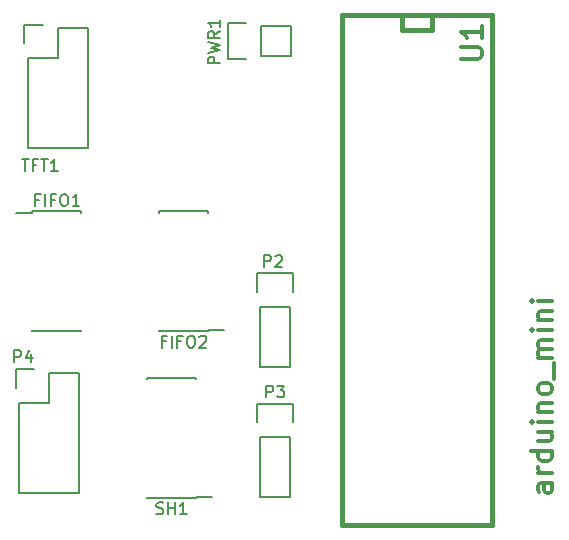
<source format=gto>
G04 #@! TF.FileFunction,Legend,Top*
%FSLAX46Y46*%
G04 Gerber Fmt 4.6, Leading zero omitted, Abs format (unit mm)*
G04 Created by KiCad (PCBNEW 4.0.2-stable) date 16.05.2016 20:30:10*
%MOMM*%
G01*
G04 APERTURE LIST*
%ADD10C,0.100000*%
%ADD11C,0.150000*%
%ADD12C,0.381000*%
%ADD13C,0.304800*%
G04 APERTURE END LIST*
D10*
D11*
X135656500Y-105859500D02*
X135656500Y-105964500D01*
X139806500Y-105859500D02*
X139806500Y-105964500D01*
X139806500Y-116009500D02*
X139806500Y-115904500D01*
X135656500Y-116009500D02*
X135656500Y-115904500D01*
X135656500Y-105859500D02*
X139806500Y-105859500D01*
X135656500Y-116009500D02*
X139806500Y-116009500D01*
X135656500Y-105964500D02*
X134281500Y-105964500D01*
X150538000Y-116009500D02*
X150538000Y-115904500D01*
X146388000Y-116009500D02*
X146388000Y-115904500D01*
X146388000Y-105859500D02*
X146388000Y-105964500D01*
X150538000Y-105859500D02*
X150538000Y-105964500D01*
X150538000Y-116009500D02*
X146388000Y-116009500D01*
X150538000Y-105859500D02*
X146388000Y-105859500D01*
X150538000Y-115904500D02*
X151913000Y-115904500D01*
X154940000Y-113919000D02*
X154940000Y-118999000D01*
X154940000Y-118999000D02*
X157480000Y-118999000D01*
X157480000Y-118999000D02*
X157480000Y-113919000D01*
X157760000Y-111099000D02*
X157760000Y-112649000D01*
X157480000Y-113919000D02*
X154940000Y-113919000D01*
X154660000Y-112649000D02*
X154660000Y-111099000D01*
X154660000Y-111099000D02*
X157760000Y-111099000D01*
X154940000Y-124968000D02*
X154940000Y-130048000D01*
X154940000Y-130048000D02*
X157480000Y-130048000D01*
X157480000Y-130048000D02*
X157480000Y-124968000D01*
X157760000Y-122148000D02*
X157760000Y-123698000D01*
X157480000Y-124968000D02*
X154940000Y-124968000D01*
X154660000Y-123698000D02*
X154660000Y-122148000D01*
X154660000Y-122148000D02*
X157760000Y-122148000D01*
X134556500Y-122047000D02*
X134556500Y-129667000D01*
X134556500Y-129667000D02*
X139636500Y-129667000D01*
X139636500Y-129667000D02*
X139636500Y-119507000D01*
X139636500Y-119507000D02*
X137096500Y-119507000D01*
X135826500Y-119227000D02*
X134276500Y-119227000D01*
X137096500Y-119507000D02*
X137096500Y-122047000D01*
X137096500Y-122047000D02*
X134556500Y-122047000D01*
X134276500Y-119227000D02*
X134276500Y-120777000D01*
X149522000Y-130106500D02*
X149522000Y-130001500D01*
X145372000Y-130106500D02*
X145372000Y-130001500D01*
X145372000Y-119956500D02*
X145372000Y-120061500D01*
X149522000Y-119956500D02*
X149522000Y-120061500D01*
X149522000Y-130106500D02*
X145372000Y-130106500D01*
X149522000Y-119956500D02*
X145372000Y-119956500D01*
X149522000Y-130001500D02*
X150897000Y-130001500D01*
X135255000Y-92900500D02*
X135255000Y-100520500D01*
X135255000Y-100520500D02*
X140335000Y-100520500D01*
X140335000Y-100520500D02*
X140335000Y-90360500D01*
X140335000Y-90360500D02*
X137795000Y-90360500D01*
X136525000Y-90080500D02*
X134975000Y-90080500D01*
X137795000Y-90360500D02*
X137795000Y-92900500D01*
X137795000Y-92900500D02*
X135255000Y-92900500D01*
X134975000Y-90080500D02*
X134975000Y-91630500D01*
D12*
X174561500Y-89217500D02*
X174561500Y-132397500D01*
X174561500Y-132397500D02*
X161861500Y-132397500D01*
X161861500Y-132397500D02*
X161861500Y-89217500D01*
X161861500Y-89217500D02*
X174561500Y-89217500D01*
X166941500Y-89217500D02*
X166941500Y-90487500D01*
X166941500Y-90487500D02*
X169481500Y-90487500D01*
X169481500Y-90487500D02*
X169481500Y-89217500D01*
D11*
X155003500Y-90170000D02*
X157543500Y-90170000D01*
X152183500Y-89890000D02*
X153733500Y-89890000D01*
X155003500Y-90170000D02*
X155003500Y-92710000D01*
X153733500Y-92990000D02*
X152183500Y-92990000D01*
X152183500Y-92990000D02*
X152183500Y-89890000D01*
X155003500Y-92710000D02*
X157543500Y-92710000D01*
X157543500Y-92710000D02*
X157543500Y-90170000D01*
X136207691Y-104863071D02*
X135874357Y-104863071D01*
X135874357Y-105386881D02*
X135874357Y-104386881D01*
X136350548Y-104386881D01*
X136731500Y-105386881D02*
X136731500Y-104386881D01*
X137541024Y-104863071D02*
X137207690Y-104863071D01*
X137207690Y-105386881D02*
X137207690Y-104386881D01*
X137683881Y-104386881D01*
X138255309Y-104386881D02*
X138445786Y-104386881D01*
X138541024Y-104434500D01*
X138636262Y-104529738D01*
X138683881Y-104720214D01*
X138683881Y-105053548D01*
X138636262Y-105244024D01*
X138541024Y-105339262D01*
X138445786Y-105386881D01*
X138255309Y-105386881D01*
X138160071Y-105339262D01*
X138064833Y-105244024D01*
X138017214Y-105053548D01*
X138017214Y-104720214D01*
X138064833Y-104529738D01*
X138160071Y-104434500D01*
X138255309Y-104386881D01*
X139636262Y-105386881D02*
X139064833Y-105386881D01*
X139350547Y-105386881D02*
X139350547Y-104386881D01*
X139255309Y-104529738D01*
X139160071Y-104624976D01*
X139064833Y-104672595D01*
X146939191Y-116863071D02*
X146605857Y-116863071D01*
X146605857Y-117386881D02*
X146605857Y-116386881D01*
X147082048Y-116386881D01*
X147463000Y-117386881D02*
X147463000Y-116386881D01*
X148272524Y-116863071D02*
X147939190Y-116863071D01*
X147939190Y-117386881D02*
X147939190Y-116386881D01*
X148415381Y-116386881D01*
X148986809Y-116386881D02*
X149177286Y-116386881D01*
X149272524Y-116434500D01*
X149367762Y-116529738D01*
X149415381Y-116720214D01*
X149415381Y-117053548D01*
X149367762Y-117244024D01*
X149272524Y-117339262D01*
X149177286Y-117386881D01*
X148986809Y-117386881D01*
X148891571Y-117339262D01*
X148796333Y-117244024D01*
X148748714Y-117053548D01*
X148748714Y-116720214D01*
X148796333Y-116529738D01*
X148891571Y-116434500D01*
X148986809Y-116386881D01*
X149796333Y-116482119D02*
X149843952Y-116434500D01*
X149939190Y-116386881D01*
X150177286Y-116386881D01*
X150272524Y-116434500D01*
X150320143Y-116482119D01*
X150367762Y-116577357D01*
X150367762Y-116672595D01*
X150320143Y-116815452D01*
X149748714Y-117386881D01*
X150367762Y-117386881D01*
X155281405Y-110561381D02*
X155281405Y-109561381D01*
X155662358Y-109561381D01*
X155757596Y-109609000D01*
X155805215Y-109656619D01*
X155852834Y-109751857D01*
X155852834Y-109894714D01*
X155805215Y-109989952D01*
X155757596Y-110037571D01*
X155662358Y-110085190D01*
X155281405Y-110085190D01*
X156233786Y-109656619D02*
X156281405Y-109609000D01*
X156376643Y-109561381D01*
X156614739Y-109561381D01*
X156709977Y-109609000D01*
X156757596Y-109656619D01*
X156805215Y-109751857D01*
X156805215Y-109847095D01*
X156757596Y-109989952D01*
X156186167Y-110561381D01*
X156805215Y-110561381D01*
X155471905Y-121610381D02*
X155471905Y-120610381D01*
X155852858Y-120610381D01*
X155948096Y-120658000D01*
X155995715Y-120705619D01*
X156043334Y-120800857D01*
X156043334Y-120943714D01*
X155995715Y-121038952D01*
X155948096Y-121086571D01*
X155852858Y-121134190D01*
X155471905Y-121134190D01*
X156376667Y-120610381D02*
X156995715Y-120610381D01*
X156662381Y-120991333D01*
X156805239Y-120991333D01*
X156900477Y-121038952D01*
X156948096Y-121086571D01*
X156995715Y-121181810D01*
X156995715Y-121419905D01*
X156948096Y-121515143D01*
X156900477Y-121562762D01*
X156805239Y-121610381D01*
X156519524Y-121610381D01*
X156424286Y-121562762D01*
X156376667Y-121515143D01*
X134135905Y-118625881D02*
X134135905Y-117625881D01*
X134516858Y-117625881D01*
X134612096Y-117673500D01*
X134659715Y-117721119D01*
X134707334Y-117816357D01*
X134707334Y-117959214D01*
X134659715Y-118054452D01*
X134612096Y-118102071D01*
X134516858Y-118149690D01*
X134135905Y-118149690D01*
X135564477Y-117959214D02*
X135564477Y-118625881D01*
X135326381Y-117578262D02*
X135088286Y-118292548D01*
X135707334Y-118292548D01*
X146161286Y-131436262D02*
X146304143Y-131483881D01*
X146542239Y-131483881D01*
X146637477Y-131436262D01*
X146685096Y-131388643D01*
X146732715Y-131293405D01*
X146732715Y-131198167D01*
X146685096Y-131102929D01*
X146637477Y-131055310D01*
X146542239Y-131007690D01*
X146351762Y-130960071D01*
X146256524Y-130912452D01*
X146208905Y-130864833D01*
X146161286Y-130769595D01*
X146161286Y-130674357D01*
X146208905Y-130579119D01*
X146256524Y-130531500D01*
X146351762Y-130483881D01*
X146589858Y-130483881D01*
X146732715Y-130531500D01*
X147161286Y-131483881D02*
X147161286Y-130483881D01*
X147161286Y-130960071D02*
X147732715Y-130960071D01*
X147732715Y-131483881D02*
X147732715Y-130483881D01*
X148732715Y-131483881D02*
X148161286Y-131483881D01*
X148447000Y-131483881D02*
X148447000Y-130483881D01*
X148351762Y-130626738D01*
X148256524Y-130721976D01*
X148161286Y-130769595D01*
X134763071Y-101433381D02*
X135334500Y-101433381D01*
X135048785Y-102433381D02*
X135048785Y-101433381D01*
X136001167Y-101909571D02*
X135667833Y-101909571D01*
X135667833Y-102433381D02*
X135667833Y-101433381D01*
X136144024Y-101433381D01*
X136382119Y-101433381D02*
X136953548Y-101433381D01*
X136667833Y-102433381D02*
X136667833Y-101433381D01*
X137810691Y-102433381D02*
X137239262Y-102433381D01*
X137524976Y-102433381D02*
X137524976Y-101433381D01*
X137429738Y-101576238D01*
X137334500Y-101671476D01*
X137239262Y-101719095D01*
D13*
X171936833Y-92921667D02*
X173376167Y-92921667D01*
X173545500Y-92837000D01*
X173630167Y-92752333D01*
X173714833Y-92583000D01*
X173714833Y-92244333D01*
X173630167Y-92075000D01*
X173545500Y-91990333D01*
X173376167Y-91905667D01*
X171936833Y-91905667D01*
X173714833Y-90127666D02*
X173714833Y-91143666D01*
X173714833Y-90635666D02*
X171936833Y-90635666D01*
X172190833Y-90805000D01*
X172360167Y-90974333D01*
X172444833Y-91143666D01*
X179620333Y-128862669D02*
X178689000Y-128862669D01*
X178519667Y-128947335D01*
X178435000Y-129116669D01*
X178435000Y-129455335D01*
X178519667Y-129624669D01*
X179535667Y-128862669D02*
X179620333Y-129032002D01*
X179620333Y-129455335D01*
X179535667Y-129624669D01*
X179366333Y-129709335D01*
X179197000Y-129709335D01*
X179027667Y-129624669D01*
X178943000Y-129455335D01*
X178943000Y-129032002D01*
X178858333Y-128862669D01*
X179620333Y-128016002D02*
X178435000Y-128016002D01*
X178773667Y-128016002D02*
X178604333Y-127931335D01*
X178519667Y-127846668D01*
X178435000Y-127677335D01*
X178435000Y-127508002D01*
X179620333Y-126153335D02*
X177842333Y-126153335D01*
X179535667Y-126153335D02*
X179620333Y-126322668D01*
X179620333Y-126661335D01*
X179535667Y-126830668D01*
X179451000Y-126915335D01*
X179281667Y-127000001D01*
X178773667Y-127000001D01*
X178604333Y-126915335D01*
X178519667Y-126830668D01*
X178435000Y-126661335D01*
X178435000Y-126322668D01*
X178519667Y-126153335D01*
X178435000Y-124544668D02*
X179620333Y-124544668D01*
X178435000Y-125306668D02*
X179366333Y-125306668D01*
X179535667Y-125222001D01*
X179620333Y-125052668D01*
X179620333Y-124798668D01*
X179535667Y-124629334D01*
X179451000Y-124544668D01*
X179620333Y-123698001D02*
X178435000Y-123698001D01*
X177842333Y-123698001D02*
X177927000Y-123782667D01*
X178011667Y-123698001D01*
X177927000Y-123613334D01*
X177842333Y-123698001D01*
X178011667Y-123698001D01*
X178435000Y-122851334D02*
X179620333Y-122851334D01*
X178604333Y-122851334D02*
X178519667Y-122766667D01*
X178435000Y-122597334D01*
X178435000Y-122343334D01*
X178519667Y-122174000D01*
X178689000Y-122089334D01*
X179620333Y-122089334D01*
X179620333Y-120988667D02*
X179535667Y-121158000D01*
X179451000Y-121242667D01*
X179281667Y-121327333D01*
X178773667Y-121327333D01*
X178604333Y-121242667D01*
X178519667Y-121158000D01*
X178435000Y-120988667D01*
X178435000Y-120734667D01*
X178519667Y-120565333D01*
X178604333Y-120480667D01*
X178773667Y-120396000D01*
X179281667Y-120396000D01*
X179451000Y-120480667D01*
X179535667Y-120565333D01*
X179620333Y-120734667D01*
X179620333Y-120988667D01*
X179789667Y-120057333D02*
X179789667Y-118702666D01*
X179620333Y-118279333D02*
X178435000Y-118279333D01*
X178604333Y-118279333D02*
X178519667Y-118194666D01*
X178435000Y-118025333D01*
X178435000Y-117771333D01*
X178519667Y-117601999D01*
X178689000Y-117517333D01*
X179620333Y-117517333D01*
X178689000Y-117517333D02*
X178519667Y-117432666D01*
X178435000Y-117263333D01*
X178435000Y-117009333D01*
X178519667Y-116839999D01*
X178689000Y-116755333D01*
X179620333Y-116755333D01*
X179620333Y-115908666D02*
X178435000Y-115908666D01*
X177842333Y-115908666D02*
X177927000Y-115993332D01*
X178011667Y-115908666D01*
X177927000Y-115823999D01*
X177842333Y-115908666D01*
X178011667Y-115908666D01*
X178435000Y-115061999D02*
X179620333Y-115061999D01*
X178604333Y-115061999D02*
X178519667Y-114977332D01*
X178435000Y-114807999D01*
X178435000Y-114553999D01*
X178519667Y-114384665D01*
X178689000Y-114299999D01*
X179620333Y-114299999D01*
X179620333Y-113453332D02*
X178435000Y-113453332D01*
X177842333Y-113453332D02*
X177927000Y-113537998D01*
X178011667Y-113453332D01*
X177927000Y-113368665D01*
X177842333Y-113453332D01*
X178011667Y-113453332D01*
D11*
X151518881Y-93313024D02*
X150518881Y-93313024D01*
X150518881Y-92932071D01*
X150566500Y-92836833D01*
X150614119Y-92789214D01*
X150709357Y-92741595D01*
X150852214Y-92741595D01*
X150947452Y-92789214D01*
X150995071Y-92836833D01*
X151042690Y-92932071D01*
X151042690Y-93313024D01*
X150518881Y-92408262D02*
X151518881Y-92170167D01*
X150804595Y-91979690D01*
X151518881Y-91789214D01*
X150518881Y-91551119D01*
X151518881Y-90598738D02*
X151042690Y-90932072D01*
X151518881Y-91170167D02*
X150518881Y-91170167D01*
X150518881Y-90789214D01*
X150566500Y-90693976D01*
X150614119Y-90646357D01*
X150709357Y-90598738D01*
X150852214Y-90598738D01*
X150947452Y-90646357D01*
X150995071Y-90693976D01*
X151042690Y-90789214D01*
X151042690Y-91170167D01*
X151518881Y-89646357D02*
X151518881Y-90217786D01*
X151518881Y-89932072D02*
X150518881Y-89932072D01*
X150661738Y-90027310D01*
X150756976Y-90122548D01*
X150804595Y-90217786D01*
M02*

</source>
